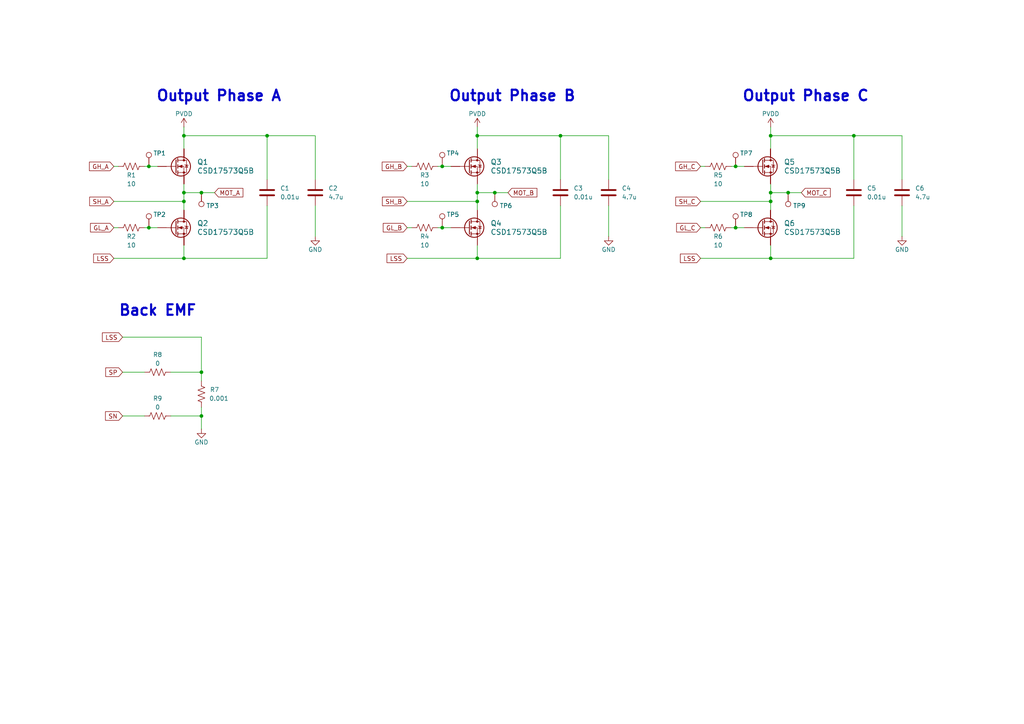
<source format=kicad_sch>
(kicad_sch (version 20231120) (generator "eeschema") (generator_version "8.0")
  (paper "A4")
  (title_block (title "Easy BLDC") (date "2024-08-06") (rev "2.0") (company "Peter Buckley Engineering"))
  (lib_symbols
    (symbol "Connector:TestPoint" (pin_numbers hide) (pin_names (offset 0.762) hide)
      (property "Reference" "TP" (at 0 6.858 0))
      (property "Value" "TestPoint" (at 0 5.08 0))
      (symbol "TestPoint_0_1"
        (circle (center 0 3.302) (radius 0.762))
      )
      (symbol "TestPoint_1_1"
        (pin passive line (at 0 0 90) (length 2.54) (name "1") (number "1"))
      )
    )
    (symbol "Device:C" (pin_numbers hide) (pin_names (offset 0.254))
      (property "Reference" "C" (at 0.635 2.54 0))
      (property "Value" "C" (at 0.635 -2.54 0))
      (symbol "C_0_1"
        (polyline (pts (xy -2.032 -0.762) (xy 2.032 -0.762)) (stroke (width 0.508)))
        (polyline (pts (xy -2.032 0.762) (xy 2.032 0.762)) (stroke (width 0.508)))
      )
      (symbol "C_1_1"
        (pin passive line (at 0 3.81 270) (length 2.794) (name "~") (number "1"))
        (pin passive line (at 0 -3.81 90) (length 2.794) (name "~") (number "2"))
      )
    )
    (symbol "Device:R_US" (pin_numbers hide) (pin_names (offset 0))
      (property "Reference" "R" (at 2.54 0 90))
      (property "Value" "R_US" (at -2.54 0 90))
      (symbol "R_US_0_1"
        (polyline (pts (xy 0 -2.286) (xy 0 -2.54)))
        (polyline (pts (xy 0 2.286) (xy 0 2.54)))
        (polyline (pts (xy 0 -0.762) (xy 1.016 -1.143) (xy 0 -1.524) (xy -1.016 -1.905) (xy 0 -2.286)))
        (polyline (pts (xy 0 0.762) (xy 1.016 0.381) (xy 0 0) (xy -1.016 -0.381) (xy 0 -0.762)))
        (polyline (pts (xy 0 2.286) (xy 1.016 1.905) (xy 0 1.524) (xy -1.016 1.143) (xy 0 0.762)))
      )
      (symbol "R_US_1_1"
        (pin passive line (at 0 3.81 270) (length 1.27) (name "~") (number "1"))
        (pin passive line (at 0 -3.81 90) (length 1.27) (name "~") (number "2"))
      )
    )
    (symbol "EasyBLDC:CSD17573Q5B" (pin_numbers hide) (pin_names (offset 0.254) hide)
      (property "Reference" "Q" (at 10.668 -6.604 0))
      (property "Value" "CSD17573Q5B" (at 18.034 -8.636 0))
      (symbol "CSD17573Q5B_0_1"
        (polyline (pts (xy 5.334 -7.62) (xy 2.54 -7.62)))
        (polyline (pts (xy 5.334 -5.715) (xy 5.334 -9.525)) (stroke (width 0.254)))
        (polyline (pts (xy 5.842 -8.89) (xy 5.842 -9.906)) (stroke (width 0.254)))
        (polyline (pts (xy 5.842 -7.112) (xy 5.842 -8.128)) (stroke (width 0.254)))
        (polyline (pts (xy 5.842 -5.334) (xy 5.842 -6.35)) (stroke (width 0.254)))
        (polyline (pts (xy 7.62 -5.08) (xy 7.62 -5.842)))
        (polyline (pts (xy 7.62 -10.16) (xy 7.62 -7.62) (xy 5.842 -7.62)))
        (polyline (pts (xy 5.842 -9.398) (xy 8.382 -9.398) (xy 8.382 -5.842) (xy 5.842 -5.842)))
        (polyline (pts (xy 6.096 -7.62) (xy 7.112 -7.239) (xy 7.112 -8.001) (xy 6.096 -7.62)) (fill (type outline)))
        (polyline (pts (xy 7.874 -7.112) (xy 8.001 -7.239) (xy 8.763 -7.239) (xy 8.89 -7.366)))
        (polyline (pts (xy 8.382 -7.239) (xy 8.001 -7.874) (xy 8.763 -7.874) (xy 8.382 -7.239)))
        (circle (center 6.731 -7.62) (radius 2.794) (stroke (width 0.254)))
        (circle (center 7.62 -9.398) (radius 0.254) (fill (type outline)))
        (circle (center 7.62 -5.842) (radius 0.254) (fill (type outline)))
      )
      (symbol "CSD17573Q5B_1_1"
        (pin passive line (at 7.62 -12.7 90) (length 2.54) (name "S") (number "1"))
        (pin passive line (at 7.62 -12.7 90) (length 2.54) (name "S") (number "2"))
        (pin passive line (at 7.62 -12.7 90) (length 2.54) (name "S") (number "3"))
        (pin input line (at 0 -7.62 0) (length 2.54) (name "G") (number "4"))
        (pin passive line (at 7.62 -2.54 270) (length 2.54) (name "D") (number "5"))
        (pin passive line (at 7.62 -2.54 270) (length 2.54) (name "D") (number "6"))
        (pin passive line (at 7.62 -2.54 270) (length 2.54) (name "D") (number "7"))
        (pin passive line (at 7.62 -2.54 270) (length 2.54) (name "D") (number "8"))
      )
    )
    (symbol "R_US_1" (pin_numbers hide) (pin_names (offset 0))
      (property "Reference" "R" (at 2.54 0 90))
      (property "Value" "R_US" (at -2.54 0 90))
      (symbol "R_US_1_0_1"
        (polyline (pts (xy 0 -2.286) (xy 0 -2.54)))
        (polyline (pts (xy 0 2.286) (xy 0 2.54)))
        (polyline (pts (xy 0 -0.762) (xy 1.016 -1.143) (xy 0 -1.524) (xy -1.016 -1.905) (xy 0 -2.286)))
        (polyline (pts (xy 0 0.762) (xy 1.016 0.381) (xy 0 0) (xy -1.016 -0.381) (xy 0 -0.762)))
        (polyline (pts (xy 0 2.286) (xy 1.016 1.905) (xy 0 1.524) (xy -1.016 1.143) (xy 0 0.762)))
      )
      (symbol "R_US_1_1_1"
        (pin passive line (at 0 3.81 270) (length 1.27) (name "~") (number "1"))
        (pin passive line (at 0 -3.81 90) (length 1.27) (name "~") (number "2"))
      )
    )
    (symbol "power:GND" (power) (pin_numbers hide) (pin_names (offset 0) hide)
      (property "Value" "GND" (at 0 -3.81 0))
      (symbol "GND_0_1"
        (polyline (pts (xy 0 0) (xy 0 -1.27) (xy 1.27 -1.27) (xy 0 -2.54) (xy -1.27 -1.27) (xy 0 -1.27)))
      )
      (symbol "GND_1_1"
        (pin power_in line (at 0 0 270) (length 0) (name "~") (number "1"))
      )
    )
    (symbol "power:VDC" (power) (pin_numbers hide) (pin_names (offset 0) hide)
      (property "Value" "VDC" (at 0 3.556 0))
      (symbol "VDC_0_1"
        (polyline (pts (xy -0.762 1.27) (xy 0 2.54)))
        (polyline (pts (xy 0 0) (xy 0 2.54)))
        (polyline (pts (xy 0 2.54) (xy 0.762 1.27)))
      )
      (symbol "VDC_1_1"
        (pin power_in line (at 0 0 90) (length 0) (name "~") (number "1"))
      )
    )
  )
  (junction (at 53.34 55.88))
  (junction (at 43.18 66.04))
  (junction (at 58.42 107.95))
  (junction (at 162.56 39.37))
  (junction (at 213.36 66.04))
  (junction (at 228.6 55.88))
  (junction (at 223.52 55.88))
  (junction (at 58.42 120.65))
  (junction (at 128.27 66.04))
  (junction (at 138.43 39.37))
  (junction (at 143.51 55.88))
  (junction (at 43.18 48.26))
  (junction (at 53.34 74.93))
  (junction (at 58.42 55.88))
  (junction (at 223.52 74.93))
  (junction (at 53.34 58.42))
  (junction (at 77.47 39.37))
  (junction (at 53.34 39.37))
  (junction (at 138.43 74.93))
  (junction (at 223.52 39.37))
  (junction (at 128.27 48.26))
  (junction (at 138.43 55.88))
  (junction (at 138.43 58.42))
  (junction (at 213.36 48.26))
  (junction (at 247.65 39.37))
  (junction (at 223.52 58.42))
  (wire (pts (xy 43.18 48.26) (xy 45.72 48.26)))
  (wire (pts (xy 35.56 97.79) (xy 58.42 97.79)))
  (wire (pts (xy 53.34 53.34) (xy 53.34 55.88)))
  (wire (pts (xy 53.34 55.88) (xy 58.42 55.88)))
  (wire (pts (xy 212.09 66.04) (xy 213.36 66.04)))
  (wire (pts (xy 58.42 120.65) (xy 49.53 120.65)))
  (wire (pts (xy 223.52 53.34) (xy 223.52 55.88)))
  (wire (pts (xy 138.43 39.37) (xy 162.56 39.37)))
  (wire (pts (xy 49.53 107.95) (xy 58.42 107.95)))
  (wire (pts (xy 58.42 107.95) (xy 58.42 110.49)))
  (wire (pts (xy 223.52 58.42) (xy 223.52 60.96)))
  (wire (pts (xy 223.52 39.37) (xy 223.52 43.18)))
  (wire (pts (xy 35.56 107.95) (xy 41.91 107.95)))
  (wire (pts (xy 118.11 48.26) (xy 119.38 48.26)))
  (wire (pts (xy 53.34 39.37) (xy 53.34 43.18)))
  (wire (pts (xy 43.18 66.04) (xy 45.72 66.04)))
  (wire (pts (xy 118.11 66.04) (xy 119.38 66.04)))
  (wire (pts (xy 41.91 120.65) (xy 35.56 120.65)))
  (wire (pts (xy 203.2 58.42) (xy 223.52 58.42)))
  (wire (pts (xy 223.52 74.93) (xy 247.65 74.93)))
  (wire (pts (xy 127 66.04) (xy 128.27 66.04)))
  (wire (pts (xy 53.34 74.93) (xy 77.47 74.93)))
  (wire (pts (xy 128.27 66.04) (xy 130.81 66.04)))
  (wire (pts (xy 138.43 55.88) (xy 143.51 55.88)))
  (wire (pts (xy 247.65 59.69) (xy 247.65 74.93)))
  (wire (pts (xy 53.34 71.12) (xy 53.34 74.93)))
  (wire (pts (xy 58.42 55.88) (xy 62.23 55.88)))
  (wire (pts (xy 58.42 118.11) (xy 58.42 120.65)))
  (wire (pts (xy 91.44 59.69) (xy 91.44 68.58)))
  (wire (pts (xy 176.53 59.69) (xy 176.53 68.58)))
  (wire (pts (xy 162.56 59.69) (xy 162.56 74.93)))
  (wire (pts (xy 176.53 52.07) (xy 176.53 39.37)))
  (wire (pts (xy 138.43 55.88) (xy 138.43 58.42)))
  (wire (pts (xy 223.52 36.83) (xy 223.52 39.37)))
  (wire (pts (xy 77.47 39.37) (xy 77.47 52.07)))
  (wire (pts (xy 118.11 74.93) (xy 138.43 74.93)))
  (wire (pts (xy 91.44 39.37) (xy 77.47 39.37)))
  (wire (pts (xy 41.91 48.26) (xy 43.18 48.26)))
  (wire (pts (xy 91.44 52.07) (xy 91.44 39.37)))
  (wire (pts (xy 223.52 55.88) (xy 228.6 55.88)))
  (wire (pts (xy 203.2 48.26) (xy 204.47 48.26)))
  (wire (pts (xy 228.6 55.88) (xy 232.41 55.88)))
  (wire (pts (xy 127 48.26) (xy 128.27 48.26)))
  (wire (pts (xy 247.65 39.37) (xy 247.65 52.07)))
  (wire (pts (xy 138.43 71.12) (xy 138.43 74.93)))
  (wire (pts (xy 53.34 36.83) (xy 53.34 39.37)))
  (wire (pts (xy 138.43 39.37) (xy 138.43 43.18)))
  (wire (pts (xy 138.43 58.42) (xy 138.43 60.96)))
  (wire (pts (xy 138.43 53.34) (xy 138.43 55.88)))
  (wire (pts (xy 162.56 39.37) (xy 162.56 52.07)))
  (wire (pts (xy 223.52 55.88) (xy 223.52 58.42)))
  (wire (pts (xy 176.53 39.37) (xy 162.56 39.37)))
  (wire (pts (xy 261.62 52.07) (xy 261.62 39.37)))
  (wire (pts (xy 212.09 48.26) (xy 213.36 48.26)))
  (wire (pts (xy 261.62 59.69) (xy 261.62 68.58)))
  (wire (pts (xy 143.51 55.88) (xy 147.32 55.88)))
  (wire (pts (xy 223.52 71.12) (xy 223.52 74.93)))
  (wire (pts (xy 33.02 74.93) (xy 53.34 74.93)))
  (wire (pts (xy 213.36 48.26) (xy 215.9 48.26)))
  (wire (pts (xy 138.43 36.83) (xy 138.43 39.37)))
  (wire (pts (xy 223.52 39.37) (xy 247.65 39.37)))
  (wire (pts (xy 53.34 55.88) (xy 53.34 58.42)))
  (wire (pts (xy 118.11 58.42) (xy 138.43 58.42)))
  (wire (pts (xy 58.42 120.65) (xy 58.42 124.46)))
  (wire (pts (xy 261.62 39.37) (xy 247.65 39.37)))
  (wire (pts (xy 33.02 58.42) (xy 53.34 58.42)))
  (wire (pts (xy 203.2 66.04) (xy 204.47 66.04)))
  (wire (pts (xy 53.34 39.37) (xy 77.47 39.37)))
  (wire (pts (xy 77.47 59.69) (xy 77.47 74.93)))
  (wire (pts (xy 203.2 74.93) (xy 223.52 74.93)))
  (wire (pts (xy 58.42 97.79) (xy 58.42 107.95)))
  (wire (pts (xy 138.43 74.93) (xy 162.56 74.93)))
  (wire (pts (xy 128.27 48.26) (xy 130.81 48.26)))
  (wire (pts (xy 213.36 66.04) (xy 215.9 66.04)))
  (wire (pts (xy 33.02 66.04) (xy 34.29 66.04)))
  (wire (pts (xy 33.02 48.26) (xy 34.29 48.26)))
  (wire (pts (xy 53.34 58.42) (xy 53.34 60.96)))
  (wire (pts (xy 41.91 66.04) (xy 43.18 66.04)))
  (text "Output Phase C\n" (at 233.68 27.94 0) (effects (font (size 3.048 3.048) (bold yes))))
  (text "Back EMF\n" (at 45.72 90.17 0) (effects (font (size 3.048 3.048) (bold yes))))
  (text "Output Phase A\n" (at 63.5 27.94 0) (effects (font (size 3.048 3.048) (bold yes))))
  (text "Output Phase B\n" (at 148.59 27.94 0) (effects (font (size 3.048 3.048) (bold yes))))
  (global_label "LSS" (shape input) (at 118.11 74.93 180) (property "Intersheetrefs" "${INTERSHEET_REFS}" (effects (hide yes))))
  (global_label "SH_A" (shape input) (at 33.02 58.42 180) (property "Intersheetrefs" "${INTERSHEET_REFS}" (effects (hide yes))))
  (global_label "MOT_C" (shape input) (at 232.41 55.88 0) (property "Intersheetrefs" "${INTERSHEET_REFS}" (effects (hide yes))))
  (global_label "SH_C" (shape input) (at 203.2 58.42 180) (property "Intersheetrefs" "${INTERSHEET_REFS}" (effects (hide yes))))
  (global_label "MOT_B" (shape input) (at 147.32 55.88 0) (property "Intersheetrefs" "${INTERSHEET_REFS}" (effects (hide yes))))
  (global_label "GL_C" (shape input) (at 203.2 66.04 180) (property "Intersheetrefs" "${INTERSHEET_REFS}" (effects (hide yes))))
  (global_label "LSS" (shape input) (at 35.56 97.79 180) (property "Intersheetrefs" "${INTERSHEET_REFS}" (effects (hide yes))))
  (global_label "GL_B" (shape input) (at 118.11 66.04 180) (property "Intersheetrefs" "${INTERSHEET_REFS}" (effects (hide yes))))
  (global_label "LSS" (shape input) (at 203.2 74.93 180) (property "Intersheetrefs" "${INTERSHEET_REFS}" (effects (hide yes))))
  (global_label "SP" (shape input) (at 35.56 107.95 180) (property "Intersheetrefs" "${INTERSHEET_REFS}" (effects (hide yes))))
  (global_label "SH_B" (shape input) (at 118.11 58.42 180) (property "Intersheetrefs" "${INTERSHEET_REFS}" (effects (hide yes))))
  (global_label "GH_C" (shape input) (at 203.2 48.26 180) (property "Intersheetrefs" "${INTERSHEET_REFS}" (effects (hide yes))))
  (global_label "MOT_A" (shape input) (at 62.23 55.88 0) (property "Intersheetrefs" "${INTERSHEET_REFS}" (effects (hide yes))))
  (global_label "GH_A" (shape input) (at 33.02 48.26 180) (property "Intersheetrefs" "${INTERSHEET_REFS}" (effects (hide yes))))
  (global_label "GH_B" (shape input) (at 118.11 48.26 180) (property "Intersheetrefs" "${INTERSHEET_REFS}" (effects (hide yes))))
  (global_label "SN" (shape input) (at 35.56 120.65 180) (property "Intersheetrefs" "${INTERSHEET_REFS}" (effects (hide yes))))
  (global_label "LSS" (shape input) (at 33.02 74.93 180) (property "Intersheetrefs" "${INTERSHEET_REFS}" (effects (hide yes))))
  (global_label "GL_A" (shape input) (at 33.02 66.04 180) (property "Intersheetrefs" "${INTERSHEET_REFS}" (effects (hide yes))))
  (symbol (lib_id "power:GND") (at 91.44 68.58 0) (unit 1)
    (property "Reference" "#PWR014" (effects (hide yes)))
    (property "Value" "GND" (at 91.44 72.39 0))
    (property "Description" "Power symbol creates a global label with name \"GND\" , ground" (effects (hide yes)))
  )
  (symbol (lib_id "Device:R_US") (at 38.1 66.04 90) (unit 1)
    (property "Reference" "R2" (at 38.1 68.58 90))
    (property "Value" "10" (at 38.1 71.12 90))
    (property "Footprint" "Resistor_SMD:R_2512_6332Metric" (effects (hide yes)))
    (property "Description" "Resistor, US symbol" (effects (hide yes)))
  )
  (symbol (lib_id "Device:R_US") (at 208.28 66.04 90) (unit 1)
    (property "Reference" "R6" (at 208.28 68.58 90))
    (property "Value" "10" (at 208.28 71.12 90))
    (property "Footprint" "Resistor_SMD:R_2512_6332Metric" (effects (hide yes)))
    (property "Description" "Resistor, US symbol" (effects (hide yes)))
  )
  (symbol (lib_id "EasyBLDC:CSD17573Q5B") (at 215.9 40.64 0) (unit 1)
    (property "Reference" "Q5" (at 227.33 46.9899 0) (effects (font (size 1.524 1.524)) (justify left)))
    (property "Value" "CSD17573Q5B" (at 227.33 49.5299 0) (effects (font (size 1.524 1.524)) (justify left)))
    (property "Footprint" "DNK0008A" (effects (hide yes)))
    (property "Datasheet" "CSD17573Q5B" (effects (hide yes)))
  )
  (symbol (lib_id "Connector:TestPoint") (at 43.18 66.04 0) (unit 1)
    (property "Reference" "TP2" (at 44.45 62.23 0) (effects (justify left)))
    (property "Value" "TestPoint" (effects (hide yes)))
    (property "Description" "test point" (effects (hide yes)))
  )
  (symbol (lib_id "Device:R_US") (at 123.19 48.26 90) (unit 1)
    (property "Reference" "R3" (at 123.19 50.8 90))
    (property "Value" "10" (at 123.19 53.34 90))
    (property "Footprint" "Resistor_SMD:R_2512_6332Metric" (effects (hide yes)))
    (property "Description" "Resistor, US symbol" (effects (hide yes)))
  )
  (symbol (lib_id "power:VDC") (at 138.43 36.83 0) (unit 1)
    (property "Reference" "#PWR01" (effects (hide yes)))
    (property "Value" "PVDD" (at 138.43 33.02 0))
    (property "Description" "Power symbol creates a global label with name \"VDC\"" (effects (hide yes)))
  )
  (symbol (lib_id "Device:C") (at 247.65 55.88 0) (unit 1)
    (property "Reference" "C5" (at 251.46 54.6099 0) (effects (justify left)))
    (property "Value" "0.01u" (at 251.46 57.1499 0) (effects (justify left)))
    (property "Footprint" "Capacitor_SMD:C_0603_1608Metric" (effects (hide yes)))
    (property "Description" "Unpolarized capacitor" (effects (hide yes)))
  )
  (symbol (lib_id "Connector:TestPoint") (at 228.6 55.88 180) (unit 1)
    (property "Reference" "TP9" (at 233.68 59.69 0) (effects (justify left)))
    (property "Value" "TestPoint" (effects (hide yes)))
    (property "Description" "test point" (effects (hide yes)))
  )
  (symbol (lib_id "Device:R_US") (at 38.1 48.26 90) (unit 1)
    (property "Reference" "R1" (at 38.1 50.8 90))
    (property "Value" "10" (at 38.1 53.34 90))
    (property "Footprint" "Resistor_SMD:R_2512_6332Metric" (effects (hide yes)))
    (property "Description" "Resistor, US symbol" (effects (hide yes)))
  )
  (symbol (lib_id "Device:C") (at 91.44 55.88 0) (unit 1)
    (property "Reference" "C2" (at 95.25 54.6099 0) (effects (justify left)))
    (property "Value" "4.7u" (at 95.25 57.1499 0) (effects (justify left)))
    (property "Footprint" "Capacitor_SMD:C_0603_1608Metric" (effects (hide yes)))
    (property "Description" "Unpolarized capacitor" (effects (hide yes)))
  )
  (symbol (lib_id "Device:R_US") (at 45.72 107.95 270) (unit 1)
    (property "Reference" "R8" (at 45.72 102.87 90))
    (property "Value" "0" (at 45.72 105.41 90))
    (property "Footprint" "Resistor_SMD:R_2512_6332Metric" (effects (hide yes)))
    (property "Description" "Resistor, US symbol" (effects (hide yes)))
  )
  (symbol (lib_id "EasyBLDC:CSD17573Q5B") (at 130.81 58.42 0) (unit 1)
    (property "Reference" "Q4" (at 142.24 64.7699 0) (effects (font (size 1.524 1.524)) (justify left)))
    (property "Value" "CSD17573Q5B" (at 142.24 67.3099 0) (effects (font (size 1.524 1.524)) (justify left)))
    (property "Footprint" "DNK0008A" (effects (hide yes)))
    (property "Datasheet" "CSD17573Q5B" (effects (hide yes)))
  )
  (symbol (lib_id "Connector:TestPoint") (at 143.51 55.88 180) (unit 1)
    (property "Reference" "TP6" (at 148.59 59.69 0) (effects (justify left)))
    (property "Value" "TestPoint" (effects (hide yes)))
    (property "Description" "test point" (effects (hide yes)))
  )
  (symbol (lib_id "EasyBLDC:CSD17573Q5B") (at 215.9 58.42 0) (unit 1)
    (property "Reference" "Q6" (at 227.33 64.7699 0) (effects (font (size 1.524 1.524)) (justify left)))
    (property "Value" "CSD17573Q5B" (at 227.33 67.3099 0) (effects (font (size 1.524 1.524)) (justify left)))
    (property "Footprint" "DNK0008A" (effects (hide yes)))
    (property "Datasheet" "CSD17573Q5B" (effects (hide yes)))
  )
  (symbol (lib_id "EasyBLDC:CSD17573Q5B") (at 45.72 58.42 0) (unit 1)
    (property "Reference" "Q2" (at 57.15 64.7699 0) (effects (font (size 1.524 1.524)) (justify left)))
    (property "Value" "CSD17573Q5B" (at 57.15 67.3099 0) (effects (font (size 1.524 1.524)) (justify left)))
    (property "Footprint" "DNK0008A" (effects (hide yes)))
    (property "Datasheet" "CSD17573Q5B" (effects (hide yes)))
  )
  (symbol (lib_id "Device:C") (at 176.53 55.88 0) (unit 1)
    (property "Reference" "C4" (at 180.34 54.6099 0) (effects (justify left)))
    (property "Value" "4.7u" (at 180.34 57.1499 0) (effects (justify left)))
    (property "Footprint" "Capacitor_SMD:C_0603_1608Metric" (effects (hide yes)))
    (property "Description" "Unpolarized capacitor" (effects (hide yes)))
  )
  (symbol (lib_id "Connector:TestPoint") (at 58.42 55.88 180) (unit 1)
    (property "Reference" "TP3" (at 63.5 59.69 0) (effects (justify left)))
    (property "Value" "TestPoint" (effects (hide yes)))
    (property "Description" "test point" (effects (hide yes)))
  )
  (symbol (lib_id "Connector:TestPoint") (at 213.36 66.04 0) (unit 1)
    (property "Reference" "TP8" (at 214.63 62.23 0) (effects (justify left)))
    (property "Value" "TestPoint" (effects (hide yes)))
    (property "Description" "test point" (effects (hide yes)))
  )
  (symbol (lib_id "EasyBLDC:CSD17573Q5B") (at 45.72 40.64 0) (unit 1)
    (property "Reference" "Q1" (at 57.15 46.9899 0) (effects (font (size 1.524 1.524)) (justify left)))
    (property "Value" "CSD17573Q5B" (at 57.15 49.5299 0) (effects (font (size 1.524 1.524)) (justify left)))
    (property "Footprint" "DNK0008A" (effects (hide yes)))
    (property "Datasheet" "CSD17573Q5B" (effects (hide yes)))
  )
  (symbol (lib_id "Device:C") (at 77.47 55.88 0) (unit 1)
    (property "Reference" "C1" (at 81.28 54.6099 0) (effects (justify left)))
    (property "Value" "0.01u" (at 81.28 57.1499 0) (effects (justify left)))
    (property "Footprint" "Capacitor_SMD:C_0603_1608Metric" (effects (hide yes)))
    (property "Description" "Unpolarized capacitor" (effects (hide yes)))
  )
  (symbol (lib_id "Connector:TestPoint") (at 128.27 66.04 0) (unit 1)
    (property "Reference" "TP5" (at 129.54 62.23 0) (effects (justify left)))
    (property "Value" "TestPoint" (effects (hide yes)))
    (property "Description" "test point" (effects (hide yes)))
  )
  (symbol (lib_id "power:GND") (at 261.62 68.58 0) (unit 1)
    (property "Reference" "#PWR04" (effects (hide yes)))
    (property "Value" "GND" (at 261.62 72.39 0))
    (property "Description" "Power symbol creates a global label with name \"GND\" , ground" (effects (hide yes)))
  )
  (symbol (lib_id "Device:R_US") (at 123.19 66.04 90) (unit 1)
    (property "Reference" "R4" (at 123.19 68.58 90))
    (property "Value" "10" (at 123.19 71.12 90))
    (property "Footprint" "Resistor_SMD:R_2512_6332Metric" (effects (hide yes)))
    (property "Description" "Resistor, US symbol" (effects (hide yes)))
  )
  (symbol (lib_name "R_US_1") (lib_id "Device:R_US") (at 58.42 114.3 180) (unit 1)
    (property "Reference" "R7" (at 62.23 113.03 0))
    (property "Value" "0.001" (at 63.5 115.57 0))
    (property "Footprint" "Resistor_SMD:R_2512_6332Metric" (effects (hide yes)))
    (property "Description" "Resistor, US symbol" (effects (hide yes)))
  )
  (symbol (lib_id "Device:C") (at 162.56 55.88 0) (unit 1)
    (property "Reference" "C3" (at 166.37 54.6099 0) (effects (justify left)))
    (property "Value" "0.01u" (at 166.37 57.1499 0) (effects (justify left)))
    (property "Footprint" "Capacitor_SMD:C_0603_1608Metric" (effects (hide yes)))
    (property "Description" "Unpolarized capacitor" (effects (hide yes)))
  )
  (symbol (lib_id "Connector:TestPoint") (at 128.27 48.26 0) (unit 1)
    (property "Reference" "TP4" (at 129.54 44.45 0) (effects (justify left)))
    (property "Value" "TestPoint" (effects (hide yes)))
    (property "Description" "test point" (effects (hide yes)))
  )
  (symbol (lib_id "Device:R_US") (at 45.72 120.65 270) (unit 1)
    (property "Reference" "R9" (at 45.72 115.57 90))
    (property "Value" "0" (at 45.72 118.11 90))
    (property "Footprint" "Resistor_SMD:R_2512_6332Metric" (effects (hide yes)))
    (property "Description" "Resistor, US symbol" (effects (hide yes)))
  )
  (symbol (lib_id "Device:R_US") (at 208.28 48.26 90) (unit 1)
    (property "Reference" "R5" (at 208.28 50.8 90))
    (property "Value" "10" (at 208.28 53.34 90))
    (property "Footprint" "Resistor_SMD:R_2512_6332Metric" (effects (hide yes)))
    (property "Description" "Resistor, US symbol" (effects (hide yes)))
  )
  (symbol (lib_id "power:GND") (at 58.42 124.46 0) (unit 1)
    (property "Reference" "#PWR05" (effects (hide yes)))
    (property "Value" "GND" (at 58.42 128.27 0))
    (property "Description" "Power symbol creates a global label with name \"GND\" , ground" (effects (hide yes)))
  )
  (symbol (lib_id "Connector:TestPoint") (at 213.36 48.26 0) (unit 1)
    (property "Reference" "TP7" (at 214.63 44.45 0) (effects (justify left)))
    (property "Value" "TestPoint" (effects (hide yes)))
    (property "Description" "test point" (effects (hide yes)))
  )
  (symbol (lib_id "EasyBLDC:CSD17573Q5B") (at 130.81 40.64 0) (unit 1)
    (property "Reference" "Q3" (at 142.24 46.9899 0) (effects (font (size 1.524 1.524)) (justify left)))
    (property "Value" "CSD17573Q5B" (at 142.24 49.5299 0) (effects (font (size 1.524 1.524)) (justify left)))
    (property "Footprint" "DNK0008A" (effects (hide yes)))
    (property "Datasheet" "CSD17573Q5B" (effects (hide yes)))
  )
  (symbol (lib_id "Device:C") (at 261.62 55.88 0) (unit 1)
    (property "Reference" "C6" (at 265.43 54.6099 0) (effects (justify left)))
    (property "Value" "4.7u" (at 265.43 57.1499 0) (effects (justify left)))
    (property "Footprint" "Capacitor_SMD:C_0603_1608Metric" (effects (hide yes)))
    (property "Description" "Unpolarized capacitor" (effects (hide yes)))
  )
  (symbol (lib_id "power:VDC") (at 223.52 36.83 0) (unit 1)
    (property "Reference" "#PWR03" (effects (hide yes)))
    (property "Value" "PVDD" (at 223.52 33.02 0))
    (property "Description" "Power symbol creates a global label with name \"VDC\"" (effects (hide yes)))
  )
  (symbol (lib_id "Connector:TestPoint") (at 43.18 48.26 0) (unit 1)
    (property "Reference" "TP1" (at 44.45 44.45 0) (effects (justify left)))
    (property "Value" "TestPoint" (effects (hide yes)))
    (property "Description" "test point" (effects (hide yes)))
  )
  (symbol (lib_id "power:GND") (at 176.53 68.58 0) (unit 1)
    (property "Reference" "#PWR02" (effects (hide yes)))
    (property "Value" "GND" (at 176.53 72.39 0))
    (property "Description" "Power symbol creates a global label with name \"GND\" , ground" (effects (hide yes)))
  )
  (symbol (lib_id "power:VDC") (at 53.34 36.83 0) (unit 1)
    (property "Reference" "#PWR013" (effects (hide yes)))
    (property "Value" "PVDD" (at 53.34 33.02 0))
    (property "Description" "Power symbol creates a global label with name \"VDC\"" (effects (hide yes)))
  )
)
</source>
